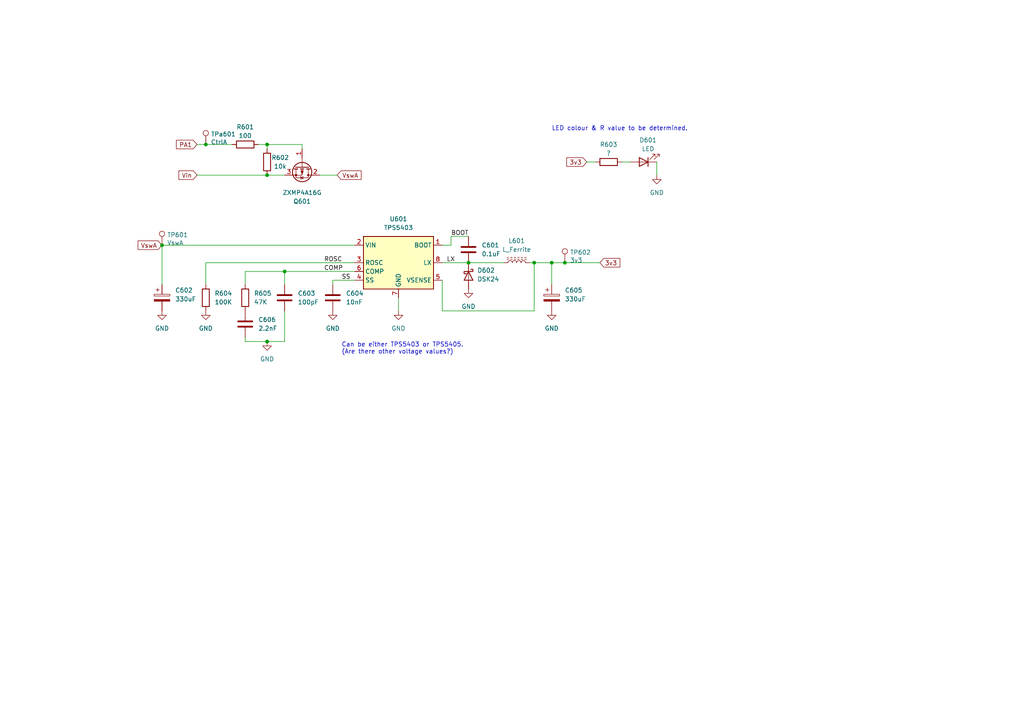
<source format=kicad_sch>
(kicad_sch (version 20211123) (generator eeschema)
  (paper "A4")
  (lib_symbols
    (symbol "Connector:TestPoint" (pin_numbers hide) (pin_names (offset 0.762) hide)
      (property "Reference" "TP" (at 0 6.858 0))
      (property "Value" "TestPoint" (at 0 5.08 0))
      (symbol "TestPoint_0_1"
        (circle (center 0 3.302) (radius 0.762))
      )
      (symbol "TestPoint_1_1"
        (pin passive line (at 0 0 90) (length 2.54) (name "1") (number "1"))
      )
    )
    (symbol "Device:C" (pin_numbers hide) (pin_names (offset 0.254))
      (property "Reference" "C" (at 0.635 2.54 0))
      (property "Value" "C" (at 0.635 -2.54 0))
      (symbol "C_0_1"
        (polyline (pts (xy -2.032 -0.762) (xy 2.032 -0.762)) (stroke (width 0.508)))
        (polyline (pts (xy -2.032 0.762) (xy 2.032 0.762)) (stroke (width 0.508)))
      )
      (symbol "C_1_1"
        (pin passive line (at 0 3.81 270) (length 2.794) (name "~") (number "1"))
        (pin passive line (at 0 -3.81 90) (length 2.794) (name "~") (number "2"))
      )
    )
    (symbol "Device:C_Polarized" (pin_numbers hide) (pin_names (offset 0.254))
      (property "Reference" "C" (at 0.635 2.54 0))
      (property "Value" "C_Polarized" (at 0.635 -2.54 0))
      (symbol "C_Polarized_0_1"
        (rectangle (start -2.286 0.508) (end 2.286 1.016))
        (polyline (pts (xy -1.778 2.286) (xy -0.762 2.286)))
        (polyline (pts (xy -1.27 2.794) (xy -1.27 1.778)))
        (rectangle (start 2.286 -0.508) (end -2.286 -1.016) (fill (type outline)))
      )
      (symbol "C_Polarized_1_1"
        (pin passive line (at 0 3.81 270) (length 2.794) (name "~") (number "1"))
        (pin passive line (at 0 -3.81 90) (length 2.794) (name "~") (number "2"))
      )
    )
    (symbol "Device:D_Schottky" (pin_numbers hide) (pin_names (offset 1.016) hide)
      (property "Reference" "D" (at 0 2.54 0))
      (property "Value" "D_Schottky" (at 0 -2.54 0))
      (symbol "D_Schottky_0_1"
        (polyline (pts (xy 1.27 0) (xy -1.27 0)))
        (polyline (pts (xy 1.27 1.27) (xy 1.27 -1.27) (xy -1.27 0) (xy 1.27 1.27)) (stroke (width 0.254)))
        (polyline (pts (xy -1.905 0.635) (xy -1.905 1.27) (xy -1.27 1.27) (xy -1.27 -1.27) (xy -0.635 -1.27) (xy -0.635 -0.635)) (stroke (width 0.254)))
      )
      (symbol "D_Schottky_1_1"
        (pin passive line (at -3.81 0 0) (length 2.54) (name "K") (number "1"))
        (pin passive line (at 3.81 0 180) (length 2.54) (name "A") (number "2"))
      )
    )
    (symbol "Device:LED" (pin_numbers hide) (pin_names (offset 1.016) hide)
      (property "Reference" "D" (at 0 2.54 0))
      (property "Value" "LED" (at 0 -2.54 0))
      (symbol "LED_0_1"
        (polyline (pts (xy -1.27 -1.27) (xy -1.27 1.27)) (stroke (width 0.254)))
        (polyline (pts (xy -1.27 0) (xy 1.27 0)))
        (polyline (pts (xy 1.27 -1.27) (xy 1.27 1.27) (xy -1.27 0) (xy 1.27 -1.27)) (stroke (width 0.254)))
        (polyline (pts (xy -3.048 -0.762) (xy -4.572 -2.286) (xy -3.81 -2.286) (xy -4.572 -2.286) (xy -4.572 -1.524)))
        (polyline (pts (xy -1.778 -0.762) (xy -3.302 -2.286) (xy -2.54 -2.286) (xy -3.302 -2.286) (xy -3.302 -1.524)))
      )
      (symbol "LED_1_1"
        (pin passive line (at -3.81 0 0) (length 2.54) (name "K") (number "1"))
        (pin passive line (at 3.81 0 180) (length 2.54) (name "A") (number "2"))
      )
    )
    (symbol "Device:L_Ferrite" (pin_numbers hide) (pin_names (offset 1.016) hide)
      (property "Reference" "L" (at -1.27 0 90))
      (property "Value" "L_Ferrite" (at 2.794 0 90))
      (symbol "L_Ferrite_0_1"
        (arc (start 0 -2.54) (mid 0.635 -1.905) (end 0 -1.27))
        (arc (start 0 -1.27) (mid 0.635 -0.635) (end 0 0))
        (polyline (pts (xy 1.016 -2.794) (xy 1.016 -2.286)))
        (polyline (pts (xy 1.016 -1.778) (xy 1.016 -1.27)))
        (polyline (pts (xy 1.016 -0.762) (xy 1.016 -0.254)))
        (polyline (pts (xy 1.016 0.254) (xy 1.016 0.762)))
        (polyline (pts (xy 1.016 1.27) (xy 1.016 1.778)))
        (polyline (pts (xy 1.016 2.286) (xy 1.016 2.794)))
        (polyline (pts (xy 1.524 -2.286) (xy 1.524 -2.794)))
        (polyline (pts (xy 1.524 -1.27) (xy 1.524 -1.778)))
        (polyline (pts (xy 1.524 -0.254) (xy 1.524 -0.762)))
        (polyline (pts (xy 1.524 0.762) (xy 1.524 0.254)))
        (polyline (pts (xy 1.524 1.778) (xy 1.524 1.27)))
        (polyline (pts (xy 1.524 2.794) (xy 1.524 2.286)))
        (arc (start 0 0) (mid 0.635 0.635) (end 0 1.27))
        (arc (start 0 1.27) (mid 0.635 1.905) (end 0 2.54))
      )
      (symbol "L_Ferrite_1_1"
        (pin passive line (at 0 3.81 270) (length 1.27) (name "1") (number "1"))
        (pin passive line (at 0 -3.81 90) (length 1.27) (name "2") (number "2"))
      )
    )
    (symbol "Device:R" (pin_numbers hide) (pin_names (offset 0))
      (property "Reference" "R" (at 2.032 0 90))
      (property "Value" "R" (at 0 0 90))
      (symbol "R_0_1"
        (rectangle (start -1.016 -2.54) (end 1.016 2.54) (stroke (width 0.254)))
      )
      (symbol "R_1_1"
        (pin passive line (at 0 3.81 270) (length 1.27) (name "~") (number "1"))
        (pin passive line (at 0 -3.81 90) (length 1.27) (name "~") (number "2"))
      )
    )
    (symbol "Regulator_Switching:TPS5403"
      (property "Reference" "U" (at 0 11.43 0))
      (property "Value" "TPS5403" (at 0 8.89 0))
      (symbol "TPS5403_1_1"
        (rectangle (start -10.16 7.62) (end 10.16 -7.62) (stroke (width 0.254)) (fill (type background)))
        (pin passive line (at 12.7 5.08 180) (length 2.54) (name "BOOT") (number "1"))
        (pin power_in line (at -12.7 5.08 0) (length 2.54) (name "VIN") (number "2"))
        (pin passive line (at -12.7 0 0) (length 2.54) (name "ROSC") (number "3"))
        (pin passive line (at -12.7 -5.08 0) (length 2.54) (name "SS") (number "4"))
        (pin input line (at 12.7 -5.08 180) (length 2.54) (name "VSENSE") (number "5"))
        (pin passive line (at -12.7 -2.54 0) (length 2.54) (name "COMP") (number "6"))
        (pin power_in line (at 0 -10.16 90) (length 2.54) (name "GND") (number "7"))
        (pin output line (at 12.7 0 180) (length 2.54) (name "LX") (number "8"))
      )
    )
    (symbol "Transistor_FET:ZXMP4A16G" (pin_names hide)
      (property "Reference" "Q" (at 5.08 1.905 0))
      (property "Value" "ZXMP4A16G" (at 5.08 0 0))
      (symbol "ZXMP4A16G_0_1"
        (polyline (pts (xy 0.254 0) (xy -2.54 0)))
        (polyline (pts (xy 0.254 1.905) (xy 0.254 -1.905)) (stroke (width 0.254)))
        (polyline (pts (xy 0.762 -1.27) (xy 0.762 -2.286)) (stroke (width 0.254)))
        (polyline (pts (xy 0.762 0.508) (xy 0.762 -0.508)) (stroke (width 0.254)))
        (polyline (pts (xy 0.762 2.286) (xy 0.762 1.27)) (stroke (width 0.254)))
        (polyline (pts (xy 2.54 2.54) (xy 2.54 1.778)))
        (polyline (pts (xy 2.54 -2.54) (xy 2.54 0) (xy 0.762 0)))
        (polyline (pts (xy 0.762 1.778) (xy 3.302 1.778) (xy 3.302 -1.778) (xy 0.762 -1.778)))
        (polyline (pts (xy 2.286 0) (xy 1.27 0.381) (xy 1.27 -0.381) (xy 2.286 0)) (fill (type outline)))
        (polyline (pts (xy 2.794 -0.508) (xy 2.921 -0.381) (xy 3.683 -0.381) (xy 3.81 -0.254)))
        (polyline (pts (xy 3.302 -0.381) (xy 2.921 0.254) (xy 3.683 0.254) (xy 3.302 -0.381)))
        (circle (center 1.651 0) (radius 2.794) (stroke (width 0.254)))
        (circle (center 2.54 -1.778) (radius 0.254) (fill (type outline)))
        (circle (center 2.54 1.778) (radius 0.254) (fill (type outline)))
      )
      (symbol "ZXMP4A16G_1_1"
        (pin input line (at -5.08 0 0) (length 2.54) (name "G") (number "1"))
        (pin passive line (at 2.54 5.08 270) (length 2.54) (name "D") (number "2"))
        (pin passive line (at 2.54 -5.08 90) (length 2.54) (name "S") (number "3"))
      )
    )
    (symbol "power:GND" (power) (pin_names (offset 0))
      (property "Value" "GND" (at 0 -3.81 0))
      (symbol "GND_0_1"
        (polyline (pts (xy 0 0) (xy 0 -1.27) (xy 1.27 -1.27) (xy 0 -2.54) (xy -1.27 -1.27) (xy 0 -1.27)))
      )
      (symbol "GND_1_1"
        (pin power_in line (at 0 0 270) (length 0) hide (name "GND") (number "1"))
      )
    )
  )
  (junction (at 160.02 76.2))
  (junction (at 77.47 99.06))
  (junction (at 82.55 78.74))
  (junction (at 77.47 50.8))
  (junction (at 154.94 76.2))
  (junction (at 77.47 41.91))
  (junction (at 135.89 76.2))
  (junction (at 46.99 71.12))
  (junction (at 59.69 41.91))
  (junction (at 163.83 76.2))
  (wire (pts (xy 135.89 76.2) (xy 146.05 76.2)))
  (wire (pts (xy 102.87 81.28) (xy 96.52 81.28)))
  (wire (pts (xy 130.81 71.12) (xy 130.81 68.58)))
  (wire (pts (xy 77.47 43.18) (xy 77.47 41.91)))
  (wire (pts (xy 163.83 76.2) (xy 173.99 76.2)))
  (wire (pts (xy 102.87 76.2) (xy 59.69 76.2)))
  (wire (pts (xy 154.94 76.2) (xy 160.02 76.2)))
  (wire (pts (xy 77.47 41.91) (xy 87.63 41.91)))
  (wire (pts (xy 190.5 46.99) (xy 190.5 50.8)))
  (wire (pts (xy 82.55 99.06) (xy 77.47 99.06)))
  (wire (pts (xy 160.02 76.2) (xy 160.02 82.55)))
  (wire (pts (xy 77.47 50.8) (xy 82.55 50.8)))
  (wire (pts (xy 128.27 90.17) (xy 154.94 90.17)))
  (wire (pts (xy 154.94 76.2) (xy 153.67 76.2)))
  (wire (pts (xy 46.99 71.12) (xy 102.87 71.12)))
  (wire (pts (xy 115.57 90.17) (xy 115.57 86.36)))
  (wire (pts (xy 82.55 78.74) (xy 82.55 82.55)))
  (wire (pts (xy 59.69 76.2) (xy 59.69 82.55)))
  (wire (pts (xy 160.02 76.2) (xy 163.83 76.2)))
  (wire (pts (xy 46.99 71.12) (xy 46.99 82.55)))
  (wire (pts (xy 170.18 46.99) (xy 172.72 46.99)))
  (wire (pts (xy 71.12 97.79) (xy 71.12 99.06)))
  (wire (pts (xy 71.12 99.06) (xy 77.47 99.06)))
  (wire (pts (xy 154.94 90.17) (xy 154.94 76.2)))
  (wire (pts (xy 128.27 81.28) (xy 128.27 90.17)))
  (wire (pts (xy 130.81 68.58) (xy 135.89 68.58)))
  (wire (pts (xy 180.34 46.99) (xy 182.88 46.99)))
  (wire (pts (xy 87.63 41.91) (xy 87.63 43.18)))
  (wire (pts (xy 102.87 78.74) (xy 82.55 78.74)))
  (wire (pts (xy 71.12 78.74) (xy 71.12 82.55)))
  (wire (pts (xy 57.15 50.8) (xy 77.47 50.8)))
  (wire (pts (xy 128.27 71.12) (xy 130.81 71.12)))
  (wire (pts (xy 74.93 41.91) (xy 77.47 41.91)))
  (wire (pts (xy 82.55 78.74) (xy 71.12 78.74)))
  (wire (pts (xy 96.52 81.28) (xy 96.52 82.55)))
  (wire (pts (xy 59.69 41.91) (xy 67.31 41.91)))
  (wire (pts (xy 82.55 90.17) (xy 82.55 99.06)))
  (wire (pts (xy 128.27 76.2) (xy 135.89 76.2)))
  (wire (pts (xy 92.71 50.8) (xy 97.79 50.8)))
  (wire (pts (xy 57.15 41.91) (xy 59.69 41.91)))
  (text "LED colour & R value to be determined." (at 160.02 38.1 0) (effects (font (size 1.27 1.27)) (justify left bottom)))
  (text "Can be either TPS5403 or TPS5405.\n(Are there other voltage values?)" (at 99.06 102.87 0) (effects (font (size 1.27 1.27)) (justify left bottom)))
  (label "LX" (at 129.54 76.2 0))
  (label "SS" (at 99.06 81.28 0))
  (label "ROSC" (at 93.98 76.2 0))
  (label "BOOT" (at 130.81 68.58 0))
  (label "COMP" (at 93.98 78.74 0))
  (global_label "3v3" (shape input) (at 173.99 76.2 0) (property "Intersheet References" "${INTERSHEET_REFS}" (effects hide)))
  (global_label "VswA" (shape input) (at 46.99 71.12 180) (property "Intersheet References" "${INTERSHEET_REFS}" (effects hide)))
  (global_label "VswA" (shape input) (at 97.79 50.8 0) (property "Intersheet References" "${INTERSHEET_REFS}" (effects hide)))
  (global_label "Vin" (shape input) (at 57.15 50.8 180) (property "Intersheet References" "${INTERSHEET_REFS}" (effects hide)))
  (global_label "PA1" (shape input) (at 57.15 41.91 180) (property "Intersheet References" "${INTERSHEET_REFS}" (effects hide)))
  (global_label "3v3" (shape input) (at 170.18 46.99 180) (property "Intersheet References" "${INTERSHEET_REFS}" (effects hide)))
  (symbol (lib_id "power:GND") (at 46.99 90.17 0) (unit 1)
    (property "Reference" "#PWR0104" (effects hide))
    (property "Value" "GND" (at 46.99 95.25 0))
  )
  (symbol (lib_id "Connector:TestPoint") (at 46.99 71.12 0) (unit 1)
    (property "Reference" "TP601" (at 48.4632 68.1228 0) (effects (justify left)))
    (property "Value" "VswA" (at 48.4632 70.4342 0) (effects (justify left)))
    (property "Footprint" "tinker:TestPoint_THTPad_D1.0mm_Drill0.5mm" (effects hide))
  )
  (symbol (lib_id "Connector:TestPoint") (at 59.69 41.91 0) (unit 1)
    (property "Reference" "TPa601" (at 61.1632 38.9128 0) (effects (justify left)))
    (property "Value" "CtrlA" (at 61.1632 41.2242 0) (effects (justify left)))
    (property "Footprint" "tinker:TestPoint_THTPad_D1.0mm_Drill0.5mm" (effects hide))
  )
  (symbol (lib_id "power:GND") (at 135.89 83.82 0) (unit 1)
    (property "Reference" "#PWR0116" (effects hide))
    (property "Value" "GND" (at 135.89 88.9 0))
  )
  (symbol (lib_id "Device:C_Polarized") (at 160.02 86.36 0) (unit 1)
    (property "Reference" "C605" (at 163.83 84.2009 0) (effects (justify left)))
    (property "Value" "330uF" (at 163.83 86.7409 0) (effects (justify left)))
    (property "Footprint" "Capacitor_SMD:CP_Elec_8x10" (effects hide))
    (property "LCSC" "C178599" (effects hide))
  )
  (symbol (lib_id "power:GND") (at 96.52 90.17 0) (unit 1)
    (property "Reference" "#PWR0114" (effects hide))
    (property "Value" "GND" (at 96.52 95.25 0))
  )
  (symbol (lib_id "Device:LED") (at 186.69 46.99 180) (unit 1) (on_board no)
    (property "Reference" "D601" (at 187.96 40.64 0))
    (property "Value" "LED" (at 187.96 43.18 0))
    (property "Footprint" "LED_SMD:LED_0603_1608Metric" (effects hide))
  )
  (symbol (lib_id "Device:D_Schottky") (at 135.89 80.01 270) (unit 1)
    (property "Reference" "D602" (at 138.43 78.4224 90) (effects (justify left)))
    (property "Value" "DSK24" (at 138.43 80.9624 90) (effects (justify left)))
    (property "Footprint" "Diode_SMD:D_SOD-123" (effects hide))
    (property "LCSC" "C908229" (effects hide))
  )
  (symbol (lib_id "Device:C") (at 96.52 86.36 0) (unit 1)
    (property "Reference" "C604" (at 100.33 85.0899 0) (effects (justify left)))
    (property "Value" "10nF" (at 100.33 87.6299 0) (effects (justify left)))
    (property "Footprint" "Capacitor_SMD:C_0603_1608Metric" (effects hide))
  )
  (symbol (lib_id "Device:R") (at 176.53 46.99 90) (unit 1) (on_board no)
    (property "Reference" "R603" (at 176.53 41.91 90))
    (property "Value" "?" (at 176.53 44.45 90))
    (property "Footprint" "Resistor_SMD:R_0603_1608Metric" (effects hide))
  )
  (symbol (lib_id "Device:C") (at 82.55 86.36 0) (unit 1)
    (property "Reference" "C603" (at 86.36 85.0899 0) (effects (justify left)))
    (property "Value" "100pF" (at 86.36 87.6299 0) (effects (justify left)))
    (property "Footprint" "Capacitor_SMD:C_0603_1608Metric" (effects hide))
  )
  (symbol (lib_id "power:GND") (at 59.69 90.17 0) (unit 1)
    (property "Reference" "#PWR0112" (effects hide))
    (property "Value" "GND" (at 59.69 95.25 0))
  )
  (symbol (lib_id "power:GND") (at 77.47 99.06 0) (unit 1)
    (property "Reference" "#PWR0113" (effects hide))
    (property "Value" "GND" (at 77.47 104.14 0))
  )
  (symbol (lib_id "Device:R") (at 71.12 41.91 90) (mirror x) (unit 1)
    (property "Reference" "R601" (at 71.12 36.83 90))
    (property "Value" "100" (at 71.12 39.37 90))
    (property "Footprint" "Resistor_SMD:R_0603_1608Metric" (effects hide))
  )
  (symbol (lib_id "Device:L_Ferrite") (at 149.86 76.2 90) (unit 1)
    (property "Reference" "L601" (at 149.86 69.85 90))
    (property "Value" "L_Ferrite" (at 149.86 72.39 90))
    (property "Footprint" "tinker:IND-SMD_L7.1-W6.6" (effects hide))
    (property "LCSC" "C2983095" (effects hide))
  )
  (symbol (lib_id "Transistor_FET:ZXMP4A16G") (at 87.63 48.26 270) (unit 1)
    (property "Reference" "Q601" (at 87.63 58.42 90))
    (property "Value" "ZXMP4A16G" (at 87.63 55.88 90))
    (property "Footprint" "Package_TO_SOT_SMD:SOT-223-3_TabPin2" (effects hide))
    (property "Datasheet" "https://www.diodes.com/assets/Datasheets/ZXMP4A16G.pdf" (effects hide))
  )
  (symbol (lib_id "Device:R") (at 59.69 86.36 0) (unit 1)
    (property "Reference" "R604" (at 62.23 85.0899 0) (effects (justify left)))
    (property "Value" "100K" (at 62.23 87.6299 0) (effects (justify left)))
    (property "Footprint" "Resistor_SMD:R_0603_1608Metric" (effects hide))
  )
  (symbol (lib_id "power:GND") (at 190.5 50.8 0) (unit 1)
    (property "Reference" "#PWR0117" (effects hide))
    (property "Value" "GND" (at 190.5 55.88 0))
  )
  (symbol (lib_id "Device:R") (at 71.12 86.36 0) (unit 1)
    (property "Reference" "R605" (at 73.66 85.0899 0) (effects (justify left)))
    (property "Value" "47K" (at 73.66 87.6299 0) (effects (justify left)))
    (property "Footprint" "Resistor_SMD:R_0603_1608Metric" (effects hide))
  )
  (symbol (lib_id "Regulator_Switching:TPS5403") (at 115.57 76.2 0) (unit 1)
    (property "Reference" "U601" (at 115.57 63.5 0))
    (property "Value" "TPS5403" (at 115.57 66.04 0))
    (property "Footprint" "Package_SO:SOIC-8_3.9x4.9mm_P1.27mm" (effects hide))
    (property "Datasheet" "https://www.ti.com/lit/ds/symlink/tps5403.pdf" (effects hide))
  )
  (symbol (lib_id "Device:R") (at 77.47 46.99 0) (mirror x) (unit 1)
    (property "Reference" "R602" (at 81.28 45.72 0))
    (property "Value" "10k" (at 81.28 48.26 0))
    (property "Footprint" "Resistor_SMD:R_0603_1608Metric" (effects hide))
  )
  (symbol (lib_id "power:GND") (at 115.57 90.17 0) (unit 1)
    (property "Reference" "#PWR0118" (effects hide))
    (property "Value" "GND" (at 115.57 95.25 0))
  )
  (symbol (lib_id "Device:C") (at 135.89 72.39 0) (unit 1)
    (property "Reference" "C601" (at 139.7 71.1199 0) (effects (justify left)))
    (property "Value" "0.1uF" (at 139.7 73.6599 0) (effects (justify left)))
    (property "Footprint" "Capacitor_SMD:C_0603_1608Metric" (effects hide))
  )
  (symbol (lib_id "Connector:TestPoint") (at 163.83 76.2 0) (unit 1)
    (property "Reference" "TP602" (at 165.3032 73.2028 0) (effects (justify left)))
    (property "Value" "3v3" (at 165.3032 75.5142 0) (effects (justify left)))
    (property "Footprint" "tinker:TestPoint_THTPad_D1.0mm_Drill0.5mm" (effects hide))
  )
  (symbol (lib_id "power:GND") (at 160.02 90.17 0) (unit 1)
    (property "Reference" "#PWR0115" (effects hide))
    (property "Value" "GND" (at 160.02 95.25 0))
  )
  (symbol (lib_id "Device:C") (at 71.12 93.98 0) (unit 1)
    (property "Reference" "C606" (at 74.93 92.7099 0) (effects (justify left)))
    (property "Value" "2.2nF" (at 74.93 95.2499 0) (effects (justify left)))
    (property "Footprint" "Capacitor_SMD:C_0603_1608Metric" (effects hide))
  )
  (symbol (lib_id "Device:C_Polarized") (at 46.99 86.36 0) (unit 1)
    (property "Reference" "C602" (at 50.8 84.2009 0) (effects (justify left)))
    (property "Value" "330uF" (at 50.8 86.7409 0) (effects (justify left)))
    (property "Footprint" "Capacitor_SMD:CP_Elec_8x10" (effects hide))
    (property "LCSC" "C178599" (effects hide))
  )
)
</source>
